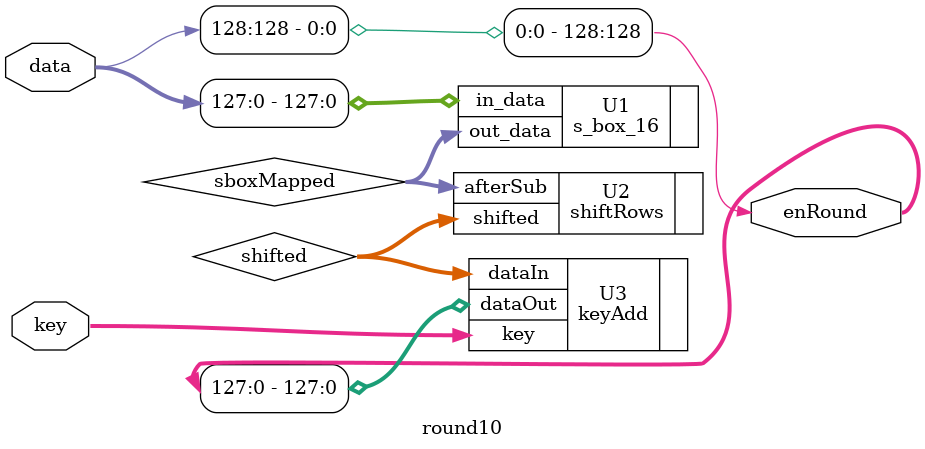
<source format=sv>
`timescale 1ns / 100ps

module round10
(
	input logic [127:0] key,
	input logic [128:0] data,
	output logic [128:0] enRound
);

logic [127:0] sboxMapped;
logic [127:0] shifted;

s_box_16 U1
(
	.in_data(data[127:0]),
	.out_data(sboxMapped)
);

shiftRows U2
(
	.afterSub(sboxMapped),
	.shifted(shifted)
);

keyAdd U3
(
	.key(key),
	.dataIn(shifted),
	.dataOut(enRound[127:0])
);

assign enRound[128] = data[128];

endmodule

</source>
